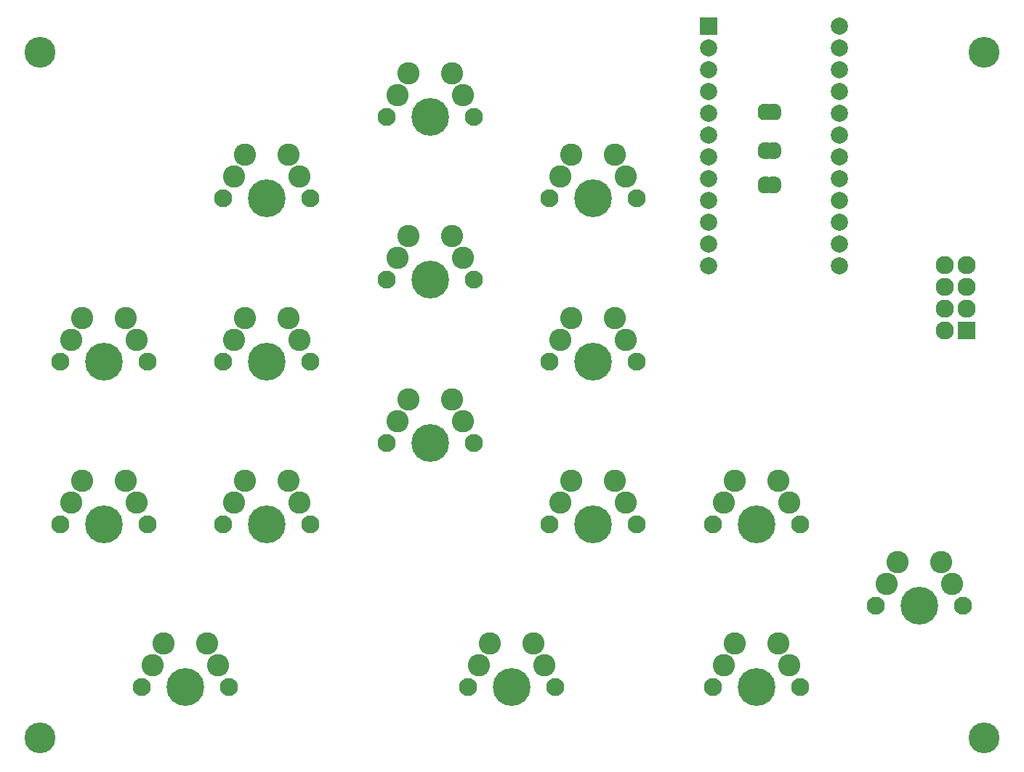
<source format=gbr>
G04 #@! TF.GenerationSoftware,KiCad,Pcbnew,(5.0.0)*
G04 #@! TF.CreationDate,2018-08-07T19:49:38+02:00*
G04 #@! TF.ProjectId,Palantype,50616C616E747970652E6B696361645F,rev?*
G04 #@! TF.SameCoordinates,Original*
G04 #@! TF.FileFunction,Soldermask,Top*
G04 #@! TF.FilePolarity,Negative*
%FSLAX46Y46*%
G04 Gerber Fmt 4.6, Leading zero omitted, Abs format (unit mm)*
G04 Created by KiCad (PCBNEW (5.0.0)) date 08/07/18 19:49:38*
%MOMM*%
%LPD*%
G01*
G04 APERTURE LIST*
%ADD10C,2.600000*%
%ADD11C,4.400000*%
%ADD12C,2.100000*%
%ADD13O,2.127200X2.127200*%
%ADD14R,2.127200X2.127200*%
%ADD15C,0.500000*%
%ADD16C,0.100000*%
%ADD17R,2.000000X2.000000*%
%ADD18C,2.000000*%
%ADD19C,3.600000*%
G04 APERTURE END LIST*
D10*
G04 #@! TO.C,SW24*
X131920000Y-101000000D03*
X138270000Y-103540000D03*
D11*
X134460000Y-106080000D03*
D12*
X139540000Y-106080000D03*
X129380000Y-106080000D03*
G04 #@! TD*
D13*
G04 #@! TO.C,J1*
X156460000Y-75880000D03*
X159000000Y-75880000D03*
X156460000Y-78420000D03*
X159000000Y-78420000D03*
X156460000Y-80960000D03*
X159000000Y-80960000D03*
X156460000Y-83500000D03*
D14*
X159000000Y-83500000D03*
G04 #@! TD*
D15*
G04 #@! TO.C,JP1*
X136650000Y-58000000D03*
D16*
G36*
X136110982Y-58946157D02*
X136073463Y-58934776D01*
X136038886Y-58916294D01*
X136008579Y-58891421D01*
X135983706Y-58861114D01*
X135965224Y-58826537D01*
X135953843Y-58789018D01*
X135950000Y-58750000D01*
X135950000Y-57250000D01*
X135953843Y-57210982D01*
X135965224Y-57173463D01*
X135983706Y-57138886D01*
X136008579Y-57108579D01*
X136038886Y-57083706D01*
X136073463Y-57065224D01*
X136110982Y-57053843D01*
X136150000Y-57050000D01*
X136650000Y-57050000D01*
X136656112Y-57050602D01*
X136674534Y-57050602D01*
X136694140Y-57051565D01*
X136742971Y-57056375D01*
X136762380Y-57059254D01*
X136810505Y-57068826D01*
X136829548Y-57073596D01*
X136876503Y-57087840D01*
X136894980Y-57094451D01*
X136940313Y-57113228D01*
X136958061Y-57121623D01*
X137001334Y-57144754D01*
X137018162Y-57154840D01*
X137058961Y-57182100D01*
X137074730Y-57193795D01*
X137112659Y-57224923D01*
X137127200Y-57238103D01*
X137161897Y-57272800D01*
X137175077Y-57287341D01*
X137206205Y-57325270D01*
X137217900Y-57341039D01*
X137245160Y-57381838D01*
X137255246Y-57398666D01*
X137278377Y-57441939D01*
X137286772Y-57459687D01*
X137305549Y-57505020D01*
X137312160Y-57523497D01*
X137326404Y-57570452D01*
X137331174Y-57589495D01*
X137340746Y-57637620D01*
X137343625Y-57657029D01*
X137348435Y-57705860D01*
X137349398Y-57725466D01*
X137349398Y-57743888D01*
X137350000Y-57750000D01*
X137350000Y-58250000D01*
X137349398Y-58256112D01*
X137349398Y-58274534D01*
X137348435Y-58294140D01*
X137343625Y-58342971D01*
X137340746Y-58362380D01*
X137331174Y-58410505D01*
X137326404Y-58429548D01*
X137312160Y-58476503D01*
X137305549Y-58494980D01*
X137286772Y-58540313D01*
X137278377Y-58558061D01*
X137255246Y-58601334D01*
X137245160Y-58618162D01*
X137217900Y-58658961D01*
X137206205Y-58674730D01*
X137175077Y-58712659D01*
X137161897Y-58727200D01*
X137127200Y-58761897D01*
X137112659Y-58775077D01*
X137074730Y-58806205D01*
X137058961Y-58817900D01*
X137018162Y-58845160D01*
X137001334Y-58855246D01*
X136958061Y-58878377D01*
X136940313Y-58886772D01*
X136894980Y-58905549D01*
X136876503Y-58912160D01*
X136829548Y-58926404D01*
X136810505Y-58931174D01*
X136762380Y-58940746D01*
X136742971Y-58943625D01*
X136694140Y-58948435D01*
X136674534Y-58949398D01*
X136656112Y-58949398D01*
X136650000Y-58950000D01*
X136150000Y-58950000D01*
X136110982Y-58946157D01*
X136110982Y-58946157D01*
G37*
D15*
X135350000Y-58000000D03*
D16*
G36*
X135343888Y-58949398D02*
X135325466Y-58949398D01*
X135305860Y-58948435D01*
X135257029Y-58943625D01*
X135237620Y-58940746D01*
X135189495Y-58931174D01*
X135170452Y-58926404D01*
X135123497Y-58912160D01*
X135105020Y-58905549D01*
X135059687Y-58886772D01*
X135041939Y-58878377D01*
X134998666Y-58855246D01*
X134981838Y-58845160D01*
X134941039Y-58817900D01*
X134925270Y-58806205D01*
X134887341Y-58775077D01*
X134872800Y-58761897D01*
X134838103Y-58727200D01*
X134824923Y-58712659D01*
X134793795Y-58674730D01*
X134782100Y-58658961D01*
X134754840Y-58618162D01*
X134744754Y-58601334D01*
X134721623Y-58558061D01*
X134713228Y-58540313D01*
X134694451Y-58494980D01*
X134687840Y-58476503D01*
X134673596Y-58429548D01*
X134668826Y-58410505D01*
X134659254Y-58362380D01*
X134656375Y-58342971D01*
X134651565Y-58294140D01*
X134650602Y-58274534D01*
X134650602Y-58256112D01*
X134650000Y-58250000D01*
X134650000Y-57750000D01*
X134650602Y-57743888D01*
X134650602Y-57725466D01*
X134651565Y-57705860D01*
X134656375Y-57657029D01*
X134659254Y-57637620D01*
X134668826Y-57589495D01*
X134673596Y-57570452D01*
X134687840Y-57523497D01*
X134694451Y-57505020D01*
X134713228Y-57459687D01*
X134721623Y-57441939D01*
X134744754Y-57398666D01*
X134754840Y-57381838D01*
X134782100Y-57341039D01*
X134793795Y-57325270D01*
X134824923Y-57287341D01*
X134838103Y-57272800D01*
X134872800Y-57238103D01*
X134887341Y-57224923D01*
X134925270Y-57193795D01*
X134941039Y-57182100D01*
X134981838Y-57154840D01*
X134998666Y-57144754D01*
X135041939Y-57121623D01*
X135059687Y-57113228D01*
X135105020Y-57094451D01*
X135123497Y-57087840D01*
X135170452Y-57073596D01*
X135189495Y-57068826D01*
X135237620Y-57059254D01*
X135257029Y-57056375D01*
X135305860Y-57051565D01*
X135325466Y-57050602D01*
X135343888Y-57050602D01*
X135350000Y-57050000D01*
X135850000Y-57050000D01*
X135889018Y-57053843D01*
X135926537Y-57065224D01*
X135961114Y-57083706D01*
X135991421Y-57108579D01*
X136016294Y-57138886D01*
X136034776Y-57173463D01*
X136046157Y-57210982D01*
X136050000Y-57250000D01*
X136050000Y-58750000D01*
X136046157Y-58789018D01*
X136034776Y-58826537D01*
X136016294Y-58861114D01*
X135991421Y-58891421D01*
X135961114Y-58916294D01*
X135926537Y-58934776D01*
X135889018Y-58946157D01*
X135850000Y-58950000D01*
X135350000Y-58950000D01*
X135343888Y-58949398D01*
X135343888Y-58949398D01*
G37*
G04 #@! TD*
D15*
G04 #@! TO.C,JP2*
X135350000Y-62500000D03*
D16*
G36*
X135343888Y-63449398D02*
X135325466Y-63449398D01*
X135305860Y-63448435D01*
X135257029Y-63443625D01*
X135237620Y-63440746D01*
X135189495Y-63431174D01*
X135170452Y-63426404D01*
X135123497Y-63412160D01*
X135105020Y-63405549D01*
X135059687Y-63386772D01*
X135041939Y-63378377D01*
X134998666Y-63355246D01*
X134981838Y-63345160D01*
X134941039Y-63317900D01*
X134925270Y-63306205D01*
X134887341Y-63275077D01*
X134872800Y-63261897D01*
X134838103Y-63227200D01*
X134824923Y-63212659D01*
X134793795Y-63174730D01*
X134782100Y-63158961D01*
X134754840Y-63118162D01*
X134744754Y-63101334D01*
X134721623Y-63058061D01*
X134713228Y-63040313D01*
X134694451Y-62994980D01*
X134687840Y-62976503D01*
X134673596Y-62929548D01*
X134668826Y-62910505D01*
X134659254Y-62862380D01*
X134656375Y-62842971D01*
X134651565Y-62794140D01*
X134650602Y-62774534D01*
X134650602Y-62756112D01*
X134650000Y-62750000D01*
X134650000Y-62250000D01*
X134650602Y-62243888D01*
X134650602Y-62225466D01*
X134651565Y-62205860D01*
X134656375Y-62157029D01*
X134659254Y-62137620D01*
X134668826Y-62089495D01*
X134673596Y-62070452D01*
X134687840Y-62023497D01*
X134694451Y-62005020D01*
X134713228Y-61959687D01*
X134721623Y-61941939D01*
X134744754Y-61898666D01*
X134754840Y-61881838D01*
X134782100Y-61841039D01*
X134793795Y-61825270D01*
X134824923Y-61787341D01*
X134838103Y-61772800D01*
X134872800Y-61738103D01*
X134887341Y-61724923D01*
X134925270Y-61693795D01*
X134941039Y-61682100D01*
X134981838Y-61654840D01*
X134998666Y-61644754D01*
X135041939Y-61621623D01*
X135059687Y-61613228D01*
X135105020Y-61594451D01*
X135123497Y-61587840D01*
X135170452Y-61573596D01*
X135189495Y-61568826D01*
X135237620Y-61559254D01*
X135257029Y-61556375D01*
X135305860Y-61551565D01*
X135325466Y-61550602D01*
X135343888Y-61550602D01*
X135350000Y-61550000D01*
X135850000Y-61550000D01*
X135889018Y-61553843D01*
X135926537Y-61565224D01*
X135961114Y-61583706D01*
X135991421Y-61608579D01*
X136016294Y-61638886D01*
X136034776Y-61673463D01*
X136046157Y-61710982D01*
X136050000Y-61750000D01*
X136050000Y-63250000D01*
X136046157Y-63289018D01*
X136034776Y-63326537D01*
X136016294Y-63361114D01*
X135991421Y-63391421D01*
X135961114Y-63416294D01*
X135926537Y-63434776D01*
X135889018Y-63446157D01*
X135850000Y-63450000D01*
X135350000Y-63450000D01*
X135343888Y-63449398D01*
X135343888Y-63449398D01*
G37*
D15*
X136650000Y-62500000D03*
D16*
G36*
X136110982Y-63446157D02*
X136073463Y-63434776D01*
X136038886Y-63416294D01*
X136008579Y-63391421D01*
X135983706Y-63361114D01*
X135965224Y-63326537D01*
X135953843Y-63289018D01*
X135950000Y-63250000D01*
X135950000Y-61750000D01*
X135953843Y-61710982D01*
X135965224Y-61673463D01*
X135983706Y-61638886D01*
X136008579Y-61608579D01*
X136038886Y-61583706D01*
X136073463Y-61565224D01*
X136110982Y-61553843D01*
X136150000Y-61550000D01*
X136650000Y-61550000D01*
X136656112Y-61550602D01*
X136674534Y-61550602D01*
X136694140Y-61551565D01*
X136742971Y-61556375D01*
X136762380Y-61559254D01*
X136810505Y-61568826D01*
X136829548Y-61573596D01*
X136876503Y-61587840D01*
X136894980Y-61594451D01*
X136940313Y-61613228D01*
X136958061Y-61621623D01*
X137001334Y-61644754D01*
X137018162Y-61654840D01*
X137058961Y-61682100D01*
X137074730Y-61693795D01*
X137112659Y-61724923D01*
X137127200Y-61738103D01*
X137161897Y-61772800D01*
X137175077Y-61787341D01*
X137206205Y-61825270D01*
X137217900Y-61841039D01*
X137245160Y-61881838D01*
X137255246Y-61898666D01*
X137278377Y-61941939D01*
X137286772Y-61959687D01*
X137305549Y-62005020D01*
X137312160Y-62023497D01*
X137326404Y-62070452D01*
X137331174Y-62089495D01*
X137340746Y-62137620D01*
X137343625Y-62157029D01*
X137348435Y-62205860D01*
X137349398Y-62225466D01*
X137349398Y-62243888D01*
X137350000Y-62250000D01*
X137350000Y-62750000D01*
X137349398Y-62756112D01*
X137349398Y-62774534D01*
X137348435Y-62794140D01*
X137343625Y-62842971D01*
X137340746Y-62862380D01*
X137331174Y-62910505D01*
X137326404Y-62929548D01*
X137312160Y-62976503D01*
X137305549Y-62994980D01*
X137286772Y-63040313D01*
X137278377Y-63058061D01*
X137255246Y-63101334D01*
X137245160Y-63118162D01*
X137217900Y-63158961D01*
X137206205Y-63174730D01*
X137175077Y-63212659D01*
X137161897Y-63227200D01*
X137127200Y-63261897D01*
X137112659Y-63275077D01*
X137074730Y-63306205D01*
X137058961Y-63317900D01*
X137018162Y-63345160D01*
X137001334Y-63355246D01*
X136958061Y-63378377D01*
X136940313Y-63386772D01*
X136894980Y-63405549D01*
X136876503Y-63412160D01*
X136829548Y-63426404D01*
X136810505Y-63431174D01*
X136762380Y-63440746D01*
X136742971Y-63443625D01*
X136694140Y-63448435D01*
X136674534Y-63449398D01*
X136656112Y-63449398D01*
X136650000Y-63450000D01*
X136150000Y-63450000D01*
X136110982Y-63446157D01*
X136110982Y-63446157D01*
G37*
G04 #@! TD*
D15*
G04 #@! TO.C,JP3*
X136650000Y-66500000D03*
D16*
G36*
X136110982Y-67446157D02*
X136073463Y-67434776D01*
X136038886Y-67416294D01*
X136008579Y-67391421D01*
X135983706Y-67361114D01*
X135965224Y-67326537D01*
X135953843Y-67289018D01*
X135950000Y-67250000D01*
X135950000Y-65750000D01*
X135953843Y-65710982D01*
X135965224Y-65673463D01*
X135983706Y-65638886D01*
X136008579Y-65608579D01*
X136038886Y-65583706D01*
X136073463Y-65565224D01*
X136110982Y-65553843D01*
X136150000Y-65550000D01*
X136650000Y-65550000D01*
X136656112Y-65550602D01*
X136674534Y-65550602D01*
X136694140Y-65551565D01*
X136742971Y-65556375D01*
X136762380Y-65559254D01*
X136810505Y-65568826D01*
X136829548Y-65573596D01*
X136876503Y-65587840D01*
X136894980Y-65594451D01*
X136940313Y-65613228D01*
X136958061Y-65621623D01*
X137001334Y-65644754D01*
X137018162Y-65654840D01*
X137058961Y-65682100D01*
X137074730Y-65693795D01*
X137112659Y-65724923D01*
X137127200Y-65738103D01*
X137161897Y-65772800D01*
X137175077Y-65787341D01*
X137206205Y-65825270D01*
X137217900Y-65841039D01*
X137245160Y-65881838D01*
X137255246Y-65898666D01*
X137278377Y-65941939D01*
X137286772Y-65959687D01*
X137305549Y-66005020D01*
X137312160Y-66023497D01*
X137326404Y-66070452D01*
X137331174Y-66089495D01*
X137340746Y-66137620D01*
X137343625Y-66157029D01*
X137348435Y-66205860D01*
X137349398Y-66225466D01*
X137349398Y-66243888D01*
X137350000Y-66250000D01*
X137350000Y-66750000D01*
X137349398Y-66756112D01*
X137349398Y-66774534D01*
X137348435Y-66794140D01*
X137343625Y-66842971D01*
X137340746Y-66862380D01*
X137331174Y-66910505D01*
X137326404Y-66929548D01*
X137312160Y-66976503D01*
X137305549Y-66994980D01*
X137286772Y-67040313D01*
X137278377Y-67058061D01*
X137255246Y-67101334D01*
X137245160Y-67118162D01*
X137217900Y-67158961D01*
X137206205Y-67174730D01*
X137175077Y-67212659D01*
X137161897Y-67227200D01*
X137127200Y-67261897D01*
X137112659Y-67275077D01*
X137074730Y-67306205D01*
X137058961Y-67317900D01*
X137018162Y-67345160D01*
X137001334Y-67355246D01*
X136958061Y-67378377D01*
X136940313Y-67386772D01*
X136894980Y-67405549D01*
X136876503Y-67412160D01*
X136829548Y-67426404D01*
X136810505Y-67431174D01*
X136762380Y-67440746D01*
X136742971Y-67443625D01*
X136694140Y-67448435D01*
X136674534Y-67449398D01*
X136656112Y-67449398D01*
X136650000Y-67450000D01*
X136150000Y-67450000D01*
X136110982Y-67446157D01*
X136110982Y-67446157D01*
G37*
D15*
X135350000Y-66500000D03*
D16*
G36*
X135343888Y-67449398D02*
X135325466Y-67449398D01*
X135305860Y-67448435D01*
X135257029Y-67443625D01*
X135237620Y-67440746D01*
X135189495Y-67431174D01*
X135170452Y-67426404D01*
X135123497Y-67412160D01*
X135105020Y-67405549D01*
X135059687Y-67386772D01*
X135041939Y-67378377D01*
X134998666Y-67355246D01*
X134981838Y-67345160D01*
X134941039Y-67317900D01*
X134925270Y-67306205D01*
X134887341Y-67275077D01*
X134872800Y-67261897D01*
X134838103Y-67227200D01*
X134824923Y-67212659D01*
X134793795Y-67174730D01*
X134782100Y-67158961D01*
X134754840Y-67118162D01*
X134744754Y-67101334D01*
X134721623Y-67058061D01*
X134713228Y-67040313D01*
X134694451Y-66994980D01*
X134687840Y-66976503D01*
X134673596Y-66929548D01*
X134668826Y-66910505D01*
X134659254Y-66862380D01*
X134656375Y-66842971D01*
X134651565Y-66794140D01*
X134650602Y-66774534D01*
X134650602Y-66756112D01*
X134650000Y-66750000D01*
X134650000Y-66250000D01*
X134650602Y-66243888D01*
X134650602Y-66225466D01*
X134651565Y-66205860D01*
X134656375Y-66157029D01*
X134659254Y-66137620D01*
X134668826Y-66089495D01*
X134673596Y-66070452D01*
X134687840Y-66023497D01*
X134694451Y-66005020D01*
X134713228Y-65959687D01*
X134721623Y-65941939D01*
X134744754Y-65898666D01*
X134754840Y-65881838D01*
X134782100Y-65841039D01*
X134793795Y-65825270D01*
X134824923Y-65787341D01*
X134838103Y-65772800D01*
X134872800Y-65738103D01*
X134887341Y-65724923D01*
X134925270Y-65693795D01*
X134941039Y-65682100D01*
X134981838Y-65654840D01*
X134998666Y-65644754D01*
X135041939Y-65621623D01*
X135059687Y-65613228D01*
X135105020Y-65594451D01*
X135123497Y-65587840D01*
X135170452Y-65573596D01*
X135189495Y-65568826D01*
X135237620Y-65559254D01*
X135257029Y-65556375D01*
X135305860Y-65551565D01*
X135325466Y-65550602D01*
X135343888Y-65550602D01*
X135350000Y-65550000D01*
X135850000Y-65550000D01*
X135889018Y-65553843D01*
X135926537Y-65565224D01*
X135961114Y-65583706D01*
X135991421Y-65608579D01*
X136016294Y-65638886D01*
X136034776Y-65673463D01*
X136046157Y-65710982D01*
X136050000Y-65750000D01*
X136050000Y-67250000D01*
X136046157Y-67289018D01*
X136034776Y-67326537D01*
X136016294Y-67361114D01*
X135991421Y-67391421D01*
X135961114Y-67416294D01*
X135926537Y-67434776D01*
X135889018Y-67446157D01*
X135850000Y-67450000D01*
X135350000Y-67450000D01*
X135343888Y-67449398D01*
X135343888Y-67449398D01*
G37*
G04 #@! TD*
D12*
G04 #@! TO.C,SW1*
X101540000Y-58580000D03*
X91380000Y-58580000D03*
D11*
X96460000Y-58580000D03*
D10*
X92650000Y-56040000D03*
X99000000Y-53500000D03*
G04 #@! TD*
G04 #@! TO.C,SW2*
X93920000Y-53500000D03*
X100270000Y-56040000D03*
D11*
X96460000Y-58580000D03*
D12*
X101540000Y-58580000D03*
X91380000Y-58580000D03*
G04 #@! TD*
D10*
G04 #@! TO.C,SW3*
X80000000Y-63000000D03*
X73650000Y-65540000D03*
D11*
X77460000Y-68080000D03*
D12*
X72380000Y-68080000D03*
X82540000Y-68080000D03*
G04 #@! TD*
G04 #@! TO.C,SW4*
X120540000Y-68080000D03*
X110380000Y-68080000D03*
D11*
X115460000Y-68080000D03*
D10*
X111650000Y-65540000D03*
X118000000Y-63000000D03*
G04 #@! TD*
D12*
G04 #@! TO.C,SW5*
X72380000Y-68080000D03*
X82540000Y-68080000D03*
D11*
X77460000Y-68080000D03*
D10*
X81270000Y-65540000D03*
X74920000Y-63000000D03*
G04 #@! TD*
G04 #@! TO.C,SW6*
X112920000Y-63000000D03*
X119270000Y-65540000D03*
D11*
X115460000Y-68080000D03*
D12*
X120540000Y-68080000D03*
X110380000Y-68080000D03*
G04 #@! TD*
D10*
G04 #@! TO.C,SW7*
X99000000Y-72500000D03*
X92650000Y-75040000D03*
D11*
X96460000Y-77580000D03*
D12*
X91380000Y-77580000D03*
X101540000Y-77580000D03*
G04 #@! TD*
G04 #@! TO.C,SW8*
X91380000Y-77580000D03*
X101540000Y-77580000D03*
D11*
X96460000Y-77580000D03*
D10*
X100270000Y-75040000D03*
X93920000Y-72500000D03*
G04 #@! TD*
D12*
G04 #@! TO.C,SW9*
X63540000Y-87080000D03*
X53380000Y-87080000D03*
D11*
X58460000Y-87080000D03*
D10*
X54650000Y-84540000D03*
X61000000Y-82000000D03*
G04 #@! TD*
D12*
G04 #@! TO.C,SW10*
X82540000Y-87080000D03*
X72380000Y-87080000D03*
D11*
X77460000Y-87080000D03*
D10*
X73650000Y-84540000D03*
X80000000Y-82000000D03*
G04 #@! TD*
D12*
G04 #@! TO.C,SW11*
X120540000Y-87080000D03*
X110380000Y-87080000D03*
D11*
X115460000Y-87080000D03*
D10*
X111650000Y-84540000D03*
X118000000Y-82000000D03*
G04 #@! TD*
D12*
G04 #@! TO.C,SW12*
X53380000Y-87080000D03*
X63540000Y-87080000D03*
D11*
X58460000Y-87080000D03*
D10*
X62270000Y-84540000D03*
X55920000Y-82000000D03*
G04 #@! TD*
G04 #@! TO.C,SW13*
X74920000Y-82000000D03*
X81270000Y-84540000D03*
D11*
X77460000Y-87080000D03*
D12*
X82540000Y-87080000D03*
X72380000Y-87080000D03*
G04 #@! TD*
G04 #@! TO.C,SW14*
X110380000Y-87080000D03*
X120540000Y-87080000D03*
D11*
X115460000Y-87080000D03*
D10*
X119270000Y-84540000D03*
X112920000Y-82000000D03*
G04 #@! TD*
G04 #@! TO.C,SW15*
X99000000Y-91500000D03*
X92650000Y-94040000D03*
D11*
X96460000Y-96580000D03*
D12*
X91380000Y-96580000D03*
X101540000Y-96580000D03*
G04 #@! TD*
D10*
G04 #@! TO.C,SW16*
X93920000Y-91500000D03*
X100270000Y-94040000D03*
D11*
X96460000Y-96580000D03*
D12*
X101540000Y-96580000D03*
X91380000Y-96580000D03*
G04 #@! TD*
D10*
G04 #@! TO.C,SW17*
X61000000Y-101000000D03*
X54650000Y-103540000D03*
D11*
X58460000Y-106080000D03*
D12*
X53380000Y-106080000D03*
X63540000Y-106080000D03*
G04 #@! TD*
D10*
G04 #@! TO.C,SW18*
X80000000Y-101000000D03*
X73650000Y-103540000D03*
D11*
X77460000Y-106080000D03*
D12*
X72380000Y-106080000D03*
X82540000Y-106080000D03*
G04 #@! TD*
D10*
G04 #@! TO.C,SW19*
X55920000Y-101000000D03*
X62270000Y-103540000D03*
D11*
X58460000Y-106080000D03*
D12*
X63540000Y-106080000D03*
X53380000Y-106080000D03*
G04 #@! TD*
G04 #@! TO.C,SW20*
X72380000Y-106080000D03*
X82540000Y-106080000D03*
D11*
X77460000Y-106080000D03*
D10*
X81270000Y-103540000D03*
X74920000Y-101000000D03*
G04 #@! TD*
D12*
G04 #@! TO.C,SW21*
X120540000Y-106080000D03*
X110380000Y-106080000D03*
D11*
X115460000Y-106080000D03*
D10*
X111650000Y-103540000D03*
X118000000Y-101000000D03*
G04 #@! TD*
G04 #@! TO.C,SW22*
X137000000Y-101000000D03*
X130650000Y-103540000D03*
D11*
X134460000Y-106080000D03*
D12*
X129380000Y-106080000D03*
X139540000Y-106080000D03*
G04 #@! TD*
G04 #@! TO.C,SW23*
X110380000Y-106080000D03*
X120540000Y-106080000D03*
D11*
X115460000Y-106080000D03*
D10*
X119270000Y-103540000D03*
X112920000Y-101000000D03*
G04 #@! TD*
G04 #@! TO.C,SW25*
X156000000Y-110500000D03*
X149650000Y-113040000D03*
D11*
X153460000Y-115580000D03*
D12*
X148380000Y-115580000D03*
X158540000Y-115580000D03*
G04 #@! TD*
G04 #@! TO.C,SW26*
X148380000Y-115580000D03*
X158540000Y-115580000D03*
D11*
X153460000Y-115580000D03*
D10*
X157270000Y-113040000D03*
X150920000Y-110500000D03*
G04 #@! TD*
G04 #@! TO.C,SW27*
X70500000Y-120000000D03*
X64150000Y-122540000D03*
D11*
X67960000Y-125080000D03*
D12*
X62880000Y-125080000D03*
X73040000Y-125080000D03*
G04 #@! TD*
G04 #@! TO.C,SW28*
X111040000Y-125080000D03*
X100880000Y-125080000D03*
D11*
X105960000Y-125080000D03*
D10*
X102150000Y-122540000D03*
X108500000Y-120000000D03*
G04 #@! TD*
D12*
G04 #@! TO.C,SW29*
X139540000Y-125080000D03*
X129380000Y-125080000D03*
D11*
X134460000Y-125080000D03*
D10*
X130650000Y-122540000D03*
X137000000Y-120000000D03*
G04 #@! TD*
G04 #@! TO.C,SW30*
X65420000Y-120000000D03*
X71770000Y-122540000D03*
D11*
X67960000Y-125080000D03*
D12*
X73040000Y-125080000D03*
X62880000Y-125080000D03*
G04 #@! TD*
G04 #@! TO.C,SW31*
X100880000Y-125080000D03*
X111040000Y-125080000D03*
D11*
X105960000Y-125080000D03*
D10*
X109770000Y-122540000D03*
X103420000Y-120000000D03*
G04 #@! TD*
G04 #@! TO.C,SW32*
X131920000Y-120000000D03*
X138270000Y-122540000D03*
D11*
X134460000Y-125080000D03*
D12*
X139540000Y-125080000D03*
X129380000Y-125080000D03*
G04 #@! TD*
D17*
G04 #@! TO.C,U1*
X128880000Y-48030000D03*
D18*
X128880000Y-50570000D03*
X128880000Y-53110000D03*
X128880000Y-55650000D03*
X128880000Y-58190000D03*
X128880000Y-60730000D03*
X128880000Y-63270000D03*
X128880000Y-65810000D03*
X128880000Y-68350000D03*
X128880000Y-70890000D03*
X128880000Y-73430000D03*
X128880000Y-75970000D03*
X144120000Y-75970000D03*
X144120000Y-73430000D03*
X144120000Y-70890000D03*
X144120000Y-68350000D03*
X144120000Y-65810000D03*
X144120000Y-63270000D03*
X144120000Y-60730000D03*
X144120000Y-58190000D03*
X144120000Y-55650000D03*
X144120000Y-53110000D03*
X144120000Y-50570000D03*
X144120000Y-48030000D03*
G04 #@! TD*
D19*
G04 #@! TO.C,MH1*
X51000000Y-51000000D03*
G04 #@! TD*
G04 #@! TO.C,MH2*
X51000000Y-131000000D03*
G04 #@! TD*
G04 #@! TO.C,MH3*
X161000000Y-51000000D03*
G04 #@! TD*
G04 #@! TO.C,MH4*
X161000000Y-131000000D03*
G04 #@! TD*
M02*

</source>
